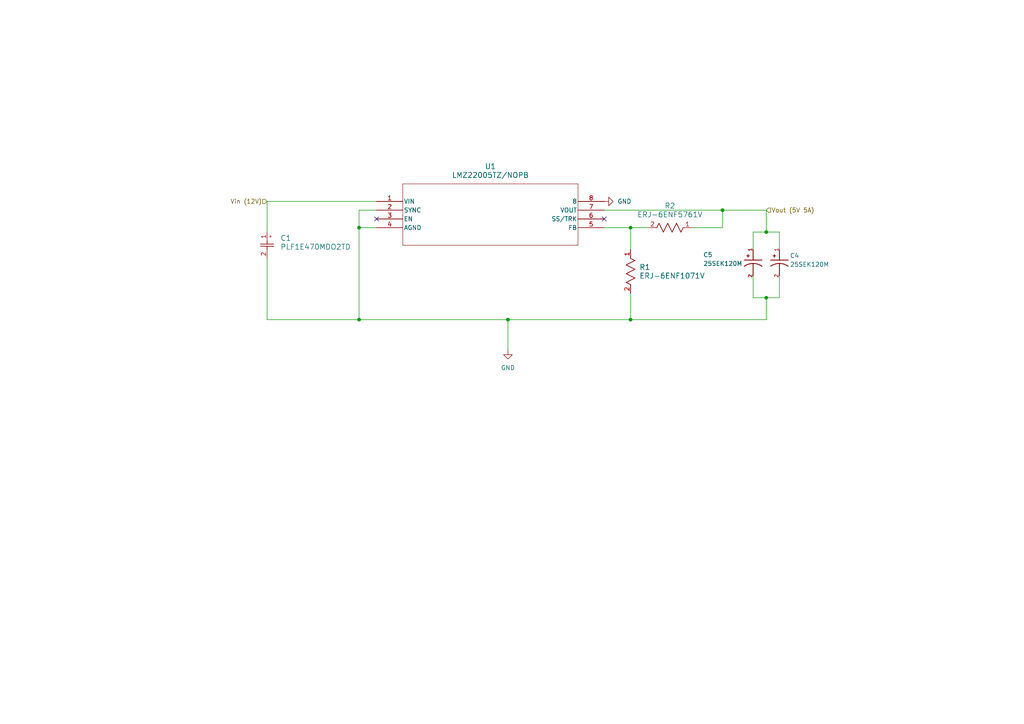
<source format=kicad_sch>
(kicad_sch (version 20231120) (generator "eeschema") (generator_version "8.0")
  (paper "A4")
  (lib_symbols
    (symbol "1.07kOhm Resistor:ERJ-6ENF1071V" (pin_names (offset 0.254))
      (property "Reference" "R" (at 5.715 3.81 0))
      (property "Value" "ERJ-6ENF1071V" (at 6.35 -3.81 0))
      (symbol "ERJ-6ENF1071V_1_1"
        (polyline (pts (xy 2.54 0) (xy 3.175 1.27)) (stroke (width 0.2032)))
        (polyline (pts (xy 3.175 1.27) (xy 4.445 -1.27)) (stroke (width 0.2032)))
        (polyline (pts (xy 4.445 -1.27) (xy 5.715 1.27)) (stroke (width 0.2032)))
        (polyline (pts (xy 5.715 1.27) (xy 6.985 -1.27)) (stroke (width 0.2032)))
        (polyline (pts (xy 6.985 -1.27) (xy 8.255 1.27)) (stroke (width 0.2032)))
        (polyline (pts (xy 8.255 1.27) (xy 9.525 -1.27)) (stroke (width 0.2032)))
        (polyline (pts (xy 9.525 -1.27) (xy 10.16 0)) (stroke (width 0.2032)))
        (pin unspecified line (at 12.7 0 180) (length 2.54) (name "") (number "1"))
        (pin unspecified line (at 0 0 0) (length 2.54) (name "") (number "2"))
      )
      (symbol "ERJ-6ENF1071V_1_2"
        (polyline (pts (xy -1.27 3.175) (xy 1.27 4.445)) (stroke (width 0.2032)))
        (polyline (pts (xy -1.27 5.715) (xy 1.27 6.985)) (stroke (width 0.2032)))
        (polyline (pts (xy -1.27 8.255) (xy 1.27 9.525)) (stroke (width 0.2032)))
        (polyline (pts (xy 0 2.54) (xy -1.27 3.175)) (stroke (width 0.2032)))
        (polyline (pts (xy 1.27 4.445) (xy -1.27 5.715)) (stroke (width 0.2032)))
        (polyline (pts (xy 1.27 6.985) (xy -1.27 8.255)) (stroke (width 0.2032)))
        (polyline (pts (xy 1.27 9.525) (xy 0 10.16)) (stroke (width 0.2032)))
        (pin unspecified line (at 0 12.7 270) (length 2.54) (name "") (number "1"))
        (pin unspecified line (at 0 0 90) (length 2.54) (name "") (number "2"))
      )
    )
    (symbol "2025-02-23_03-04-54:ERJ-6ENF5761V" (pin_names (offset 0.254))
      (property "Reference" "R" (at 5.715 3.81 0))
      (property "Value" "ERJ-6ENF5761V" (at 6.35 -3.81 0))
      (symbol "ERJ-6ENF5761V_1_1"
        (polyline (pts (xy 2.54 0) (xy 3.175 1.27)) (stroke (width 0.2032)))
        (polyline (pts (xy 3.175 1.27) (xy 4.445 -1.27)) (stroke (width 0.2032)))
        (polyline (pts (xy 4.445 -1.27) (xy 5.715 1.27)) (stroke (width 0.2032)))
        (polyline (pts (xy 5.715 1.27) (xy 6.985 -1.27)) (stroke (width 0.2032)))
        (polyline (pts (xy 6.985 -1.27) (xy 8.255 1.27)) (stroke (width 0.2032)))
        (polyline (pts (xy 8.255 1.27) (xy 9.525 -1.27)) (stroke (width 0.2032)))
        (polyline (pts (xy 9.525 -1.27) (xy 10.16 0)) (stroke (width 0.2032)))
        (pin unspecified line (at 12.7 0 180) (length 2.54) (name "") (number "1"))
        (pin unspecified line (at 0 0 0) (length 2.54) (name "") (number "2"))
      )
      (symbol "ERJ-6ENF5761V_1_2"
        (polyline (pts (xy -1.27 3.175) (xy 1.27 4.445)) (stroke (width 0.2032)))
        (polyline (pts (xy -1.27 5.715) (xy 1.27 6.985)) (stroke (width 0.2032)))
        (polyline (pts (xy -1.27 8.255) (xy 1.27 9.525)) (stroke (width 0.2032)))
        (polyline (pts (xy 0 2.54) (xy -1.27 3.175)) (stroke (width 0.2032)))
        (polyline (pts (xy 1.27 4.445) (xy -1.27 5.715)) (stroke (width 0.2032)))
        (polyline (pts (xy 1.27 6.985) (xy -1.27 8.255)) (stroke (width 0.2032)))
        (polyline (pts (xy 1.27 9.525) (xy 0 10.16)) (stroke (width 0.2032)))
        (pin unspecified line (at 0 12.7 270) (length 2.54) (name "") (number "1"))
        (pin unspecified line (at 0 0 90) (length 2.54) (name "") (number "2"))
      )
    )
    (symbol "25SEK120M:25SEK120M" (pin_names (offset 1.016))
      (property "Reference" "C" (at -5.08 3.81 0))
      (property "Value" "25SEK120M" (at -5.08 -5.08 0))
      (symbol "25SEK120M_0_0"
        (rectangle (start -3.713 -1.532) (end -2.824 -1.405) (stroke (width 0.1)) (fill (type outline)))
        (rectangle (start -3.332 -1.913) (end -3.205 -1.024) (stroke (width 0.1)) (fill (type outline)))
        (arc (start -0.254 2.54) (mid -1.0549 0) (end -0.254 -2.54) (stroke (width 0.254)))
        (polyline (pts (xy -5.08 0) (xy -2.032 0)) (stroke (width 0.254)))
        (polyline (pts (xy -2.032 2.54) (xy -2.032 -2.54)) (stroke (width 0.254)))
        (polyline (pts (xy -1.016 0) (xy 2.54 0)) (stroke (width 0.254)))
        (pin passive line (at -5.08 0 0) (length 0) (name "~") (number "1"))
        (pin passive line (at 2.54 0 180) (length 0) (name "~") (number "2"))
      )
    )
    (symbol "Buck Converter:LMZ22005TZ_NOPB" (pin_names (offset 0.254))
      (property "Reference" "U" (at 33.02 10.16 0))
      (property "Value" "LMZ22005TZ/NOPB" (at 33.02 7.62 0))
      (symbol "LMZ22005TZ_NOPB_0_1"
        (polyline (pts (xy 7.62 -12.7) (xy 58.42 -12.7)) (stroke (width 0.127)))
        (polyline (pts (xy 7.62 5.08) (xy 7.62 -12.7)) (stroke (width 0.127)))
        (polyline (pts (xy 58.42 -12.7) (xy 58.42 5.08)) (stroke (width 0.127)))
        (polyline (pts (xy 58.42 5.08) (xy 7.62 5.08)) (stroke (width 0.127)))
        (pin input line (at 0 0 0) (length 7.62) (name "VIN") (number "1"))
        (pin input line (at 0 -2.54 0) (length 7.62) (name "SYNC") (number "2"))
        (pin input line (at 0 -5.08 0) (length 7.62) (name "EN") (number "3"))
        (pin power_in line (at 0 -7.62 0) (length 7.62) (name "AGND") (number "4"))
        (pin output line (at 66.04 -7.62 180) (length 7.62) (name "FB") (number "5"))
        (pin bidirectional line (at 66.04 -5.08 180) (length 7.62) (name "SS/TRK") (number "6"))
        (pin output line (at 66.04 -2.54 180) (length 7.62) (name "VOUT") (number "7"))
        (pin unspecified line (at 66.04 0 180) (length 7.62) (name "8") (number "8"))
      )
    )
    (symbol "PLF1E470MDO2TD:PLF1E470MDO2TD" (pin_names (offset 0.254))
      (property "Reference" "C" (at 3.81 3.81 0))
      (property "Value" "PLF1E470MDO2TD" (at 3.81 -3.81 0))
      (symbol "PLF1E470MDO2TD_1_1"
        (polyline (pts (xy 0.9525 0.9525) (xy 1.5875 0.9525)) (stroke (width 0.127)))
        (polyline (pts (xy 1.27 1.27) (xy 1.27 0.635)) (stroke (width 0.127)))
        (polyline (pts (xy 2.54 0) (xy 3.4798 0)) (stroke (width 0.2032)))
        (polyline (pts (xy 3.4798 -1.905) (xy 3.4798 1.905)) (stroke (width 0.2032)))
        (polyline (pts (xy 4.1148 -1.905) (xy 4.1148 1.905)) (stroke (width 0.2032)))
        (polyline (pts (xy 4.1148 0) (xy 5.08 0)) (stroke (width 0.2032)))
        (pin unspecified line (at 0 0 0) (length 2.54) (name "") (number "1"))
        (pin unspecified line (at 7.62 0 180) (length 2.54) (name "") (number "2"))
      )
      (symbol "PLF1E470MDO2TD_1_2"
        (polyline (pts (xy -1.905 -4.1148) (xy 1.905 -4.1148)) (stroke (width 0.2032)))
        (polyline (pts (xy -1.905 -3.4798) (xy 1.905 -3.4798)) (stroke (width 0.2032)))
        (polyline (pts (xy 0 -4.1148) (xy 0 -5.08)) (stroke (width 0.2032)))
        (polyline (pts (xy 0 -2.54) (xy 0 -3.4798)) (stroke (width 0.2032)))
        (polyline (pts (xy 0.3175 -1.5875) (xy 0.9525 -1.5875)) (stroke (width 0.127)))
        (polyline (pts (xy 0.635 -1.27) (xy 0.635 -1.905)) (stroke (width 0.127)))
        (pin unspecified line (at 0 0 270) (length 2.54) (name "") (number "1"))
        (pin unspecified line (at 0 -7.62 90) (length 2.54) (name "") (number "2"))
      )
    )
    (symbol "power:GND" (power) (pin_numbers hide) (pin_names (offset 0) hide)
      (property "Value" "GND" (at 0 -3.81 0))
      (symbol "GND_0_1"
        (polyline (pts (xy 0 0) (xy 0 -1.27) (xy 1.27 -1.27) (xy 0 -2.54) (xy -1.27 -1.27) (xy 0 -1.27)))
      )
      (symbol "GND_1_1"
        (pin power_in line (at 0 0 270) (length 0) (name "~") (number "1"))
      )
    )
  )
  (junction (at 222.25 86.36))
  (junction (at 104.14 66.04))
  (junction (at 147.32 92.71))
  (junction (at 209.55 60.96))
  (junction (at 182.88 92.71))
  (junction (at 222.25 67.31))
  (junction (at 104.14 92.71))
  (junction (at 182.88 66.04))
  (no_connect (at 109.22 63.5))
  (no_connect (at 175.26 63.5))
  (wire (pts (xy 147.32 92.71) (xy 182.88 92.71)))
  (wire (pts (xy 182.88 66.04) (xy 182.88 72.39)))
  (wire (pts (xy 104.14 66.04) (xy 104.14 92.71)))
  (wire (pts (xy 222.25 86.36) (xy 226.06 86.36)))
  (wire (pts (xy 182.88 66.04) (xy 187.96 66.04)))
  (wire (pts (xy 175.26 66.04) (xy 182.88 66.04)))
  (wire (pts (xy 104.14 92.71) (xy 147.32 92.71)))
  (wire (pts (xy 218.44 67.31) (xy 222.25 67.31)))
  (wire (pts (xy 109.22 66.04) (xy 104.14 66.04)))
  (wire (pts (xy 77.47 92.71) (xy 104.14 92.71)))
  (wire (pts (xy 77.47 74.93) (xy 77.47 92.71)))
  (wire (pts (xy 109.22 60.96) (xy 104.14 60.96)))
  (wire (pts (xy 209.55 60.96) (xy 222.25 60.96)))
  (wire (pts (xy 200.66 66.04) (xy 209.55 66.04)))
  (wire (pts (xy 77.47 58.42) (xy 77.47 67.31)))
  (wire (pts (xy 209.55 66.04) (xy 209.55 60.96)))
  (wire (pts (xy 182.88 85.09) (xy 182.88 92.71)))
  (wire (pts (xy 182.88 92.71) (xy 222.25 92.71)))
  (wire (pts (xy 222.25 92.71) (xy 222.25 86.36)))
  (wire (pts (xy 209.55 60.96) (xy 175.26 60.96)))
  (wire (pts (xy 109.22 58.42) (xy 77.47 58.42)))
  (wire (pts (xy 147.32 92.71) (xy 147.32 101.6)))
  (wire (pts (xy 222.25 60.96) (xy 222.25 67.31)))
  (wire (pts (xy 226.06 80.01) (xy 226.06 86.36)))
  (wire (pts (xy 218.44 80.01) (xy 218.44 86.36)))
  (wire (pts (xy 226.06 67.31) (xy 226.06 72.39)))
  (wire (pts (xy 104.14 60.96) (xy 104.14 66.04)))
  (wire (pts (xy 218.44 86.36) (xy 222.25 86.36)))
  (wire (pts (xy 218.44 67.31) (xy 218.44 72.39)))
  (wire (pts (xy 222.25 67.31) (xy 226.06 67.31)))
  (hierarchical_label "Vin (12V)" (shape input) (at 77.47 58.42 180))
  (hierarchical_label "Vout (5V 5A)" (shape input) (at 222.25 60.96 0))
  (symbol (lib_id "1.07kOhm Resistor:ERJ-6ENF1071V") (at 182.88 85.09 90) (unit 1)
    (property "Reference" "R1" (at 185.42 77.4699 90) (effects (font (size 1.524 1.524)) (justify right)))
    (property "Value" "ERJ-6ENF1071V" (at 185.42 80.0099 90) (effects (font (size 1.524 1.524)) (justify right)))
    (property "Footprint" "RC0805N_PAN" (effects (hide yes)))
    (property "Datasheet" "ERJ-6ENF1071V" (effects (hide yes)))
  )
  (symbol (lib_id "25SEK120M:25SEK120M") (at 218.44 77.47 270) (unit 1)
    (property "Reference" "C5" (at 203.962 73.914 90) (effects (justify left)))
    (property "Value" "25SEK120M" (at 203.962 76.454 90) (effects (justify left)))
    (property "Footprint" "Libraries:25SEK120M" (effects (hide yes)))
    (property "PARTREV" "30-Oct-17" (effects (hide yes)))
    (property "MANUFACTURER" "Panasonic" (effects (hide yes)))
    (property "MAXIMUM_PACKAGE_HEIGHT" "7.0 mm" (effects (hide yes)))
    (property "STANDARD" "IPC-7351B" (effects (hide yes)))
  )
  (symbol (lib_id "power:GND") (at 147.32 101.6 0) (unit 1)
    (property "Reference" "#PWR01" (effects (hide yes)))
    (property "Value" "GND" (at 147.32 106.68 0))
    (property "Description" "Power symbol creates a global label with name \"GND\" , ground" (effects (hide yes)))
  )
  (symbol (lib_id "PLF1E470MDO2TD:PLF1E470MDO2TD") (at 77.47 67.31 270) (unit 1)
    (property "Reference" "C1" (at 81.28 69.0752 90) (effects (font (size 1.524 1.524)) (justify left)))
    (property "Value" "PLF1E470MDO2TD" (at 81.28 71.6152 90) (effects (font (size 1.524 1.524)) (justify left)))
    (property "Footprint" "Libraries:PLF1E470MDO2TD" (effects (hide yes)))
    (property "Datasheet" "PLF1E470MDO2TD" (effects (hide yes)))
  )
  (symbol (lib_id "25SEK120M:25SEK120M") (at 226.06 77.47 270) (unit 1)
    (property "Reference" "C4" (at 229.108 74.168 90) (effects (justify left)))
    (property "Value" "25SEK120M" (at 229.108 76.708 90) (effects (justify left)))
    (property "Footprint" "Libraries:25SEK120M" (effects (hide yes)))
    (property "PARTREV" "30-Oct-17" (effects (hide yes)))
    (property "MANUFACTURER" "Panasonic" (effects (hide yes)))
    (property "MAXIMUM_PACKAGE_HEIGHT" "7.0 mm" (effects (hide yes)))
    (property "STANDARD" "IPC-7351B" (effects (hide yes)))
  )
  (symbol (lib_id "Buck Converter:LMZ22005TZ_NOPB") (at 109.22 58.42 0) (unit 1)
    (property "Reference" "U1" (at 142.24 48.26 0) (effects (font (size 1.524 1.524))))
    (property "Value" "LMZ22005TZ/NOPB" (at 142.24 50.8 0) (effects (font (size 1.524 1.524))))
    (property "Footprint" "TZA07A" (effects (hide yes)))
    (property "Datasheet" "LMZ22005TZ/NOPB" (effects (hide yes)))
  )
  (symbol (lib_id "2025-02-23_03-04-54:ERJ-6ENF5761V") (at 187.96 66.04 0) (unit 1)
    (property "Reference" "R2" (at 194.31 59.69 0) (effects (font (size 1.524 1.524))))
    (property "Value" "ERJ-6ENF5761V" (at 194.31 62.23 0) (effects (font (size 1.524 1.524))))
    (property "Footprint" "RC0805N_PAN" (effects (hide yes)))
    (property "Datasheet" "ERJ-6ENF5761V" (effects (hide yes)))
  )
  (symbol (lib_id "power:GND") (at 175.26 58.42 90) (unit 1)
    (property "Reference" "#PWR06" (effects (hide yes)))
    (property "Value" "GND" (at 179.07 58.4199 90) (effects (justify right)))
    (property "Description" "Power symbol creates a global label with name \"GND\" , ground" (effects (hide yes)))
  )
)
</source>
